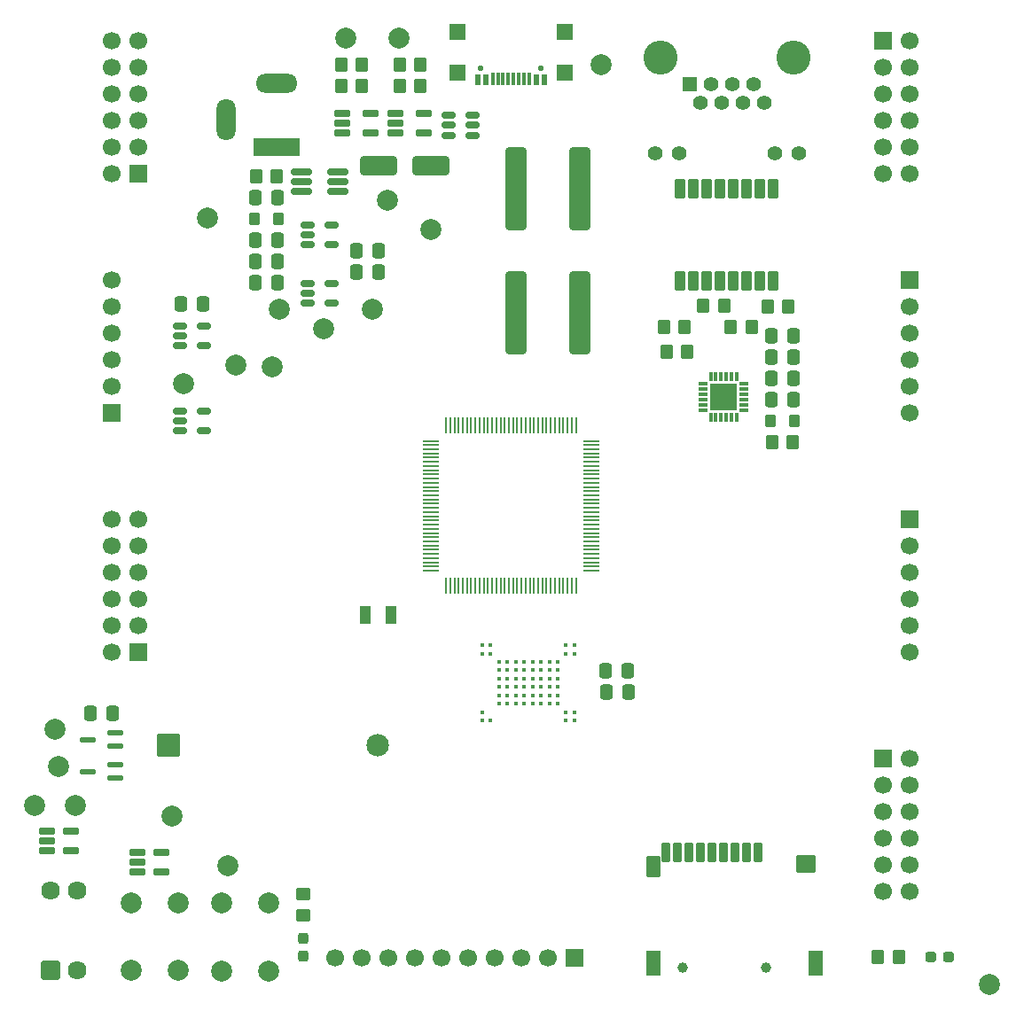
<source format=gbr>
%TF.GenerationSoftware,KiCad,Pcbnew,9.0.6-9.0.6~ubuntu24.04.1*%
%TF.CreationDate,2026-02-01T19:09:28-03:00*%
%TF.ProjectId,nuvoton_nuc980,6e75766f-746f-46e5-9f6e-75633938302e,0.0*%
%TF.SameCoordinates,Original*%
%TF.FileFunction,Soldermask,Top*%
%TF.FilePolarity,Negative*%
%FSLAX46Y46*%
G04 Gerber Fmt 4.6, Leading zero omitted, Abs format (unit mm)*
G04 Created by KiCad (PCBNEW 9.0.6-9.0.6~ubuntu24.04.1) date 2026-02-01 19:09:28*
%MOMM*%
%LPD*%
G01*
G04 APERTURE LIST*
G04 Aperture macros list*
%AMRoundRect*
0 Rectangle with rounded corners*
0 $1 Rounding radius*
0 $2 $3 $4 $5 $6 $7 $8 $9 X,Y pos of 4 corners*
0 Add a 4 corners polygon primitive as box body*
4,1,4,$2,$3,$4,$5,$6,$7,$8,$9,$2,$3,0*
0 Add four circle primitives for the rounded corners*
1,1,$1+$1,$2,$3*
1,1,$1+$1,$4,$5*
1,1,$1+$1,$6,$7*
1,1,$1+$1,$8,$9*
0 Add four rect primitives between the rounded corners*
20,1,$1+$1,$2,$3,$4,$5,0*
20,1,$1+$1,$4,$5,$6,$7,0*
20,1,$1+$1,$6,$7,$8,$9,0*
20,1,$1+$1,$8,$9,$2,$3,0*%
G04 Aperture macros list end*
%ADD10RoundRect,0.009100X-0.420900X-0.120900X0.420900X-0.120900X0.420900X0.120900X-0.420900X0.120900X0*%
%ADD11RoundRect,0.009100X-0.120900X-0.420900X0.120900X-0.420900X0.120900X0.420900X-0.120900X0.420900X0*%
%ADD12R,2.500000X2.500000*%
%ADD13C,0.431800*%
%ADD14C,2.000000*%
%ADD15RoundRect,0.250000X-0.350000X-0.450000X0.350000X-0.450000X0.350000X0.450000X-0.350000X0.450000X0*%
%ADD16RoundRect,0.250000X0.350000X0.450000X-0.350000X0.450000X-0.350000X-0.450000X0.350000X-0.450000X0*%
%ADD17RoundRect,0.102000X-0.790000X-0.790000X0.790000X-0.790000X0.790000X0.790000X-0.790000X0.790000X0*%
%ADD18C,1.784000*%
%ADD19RoundRect,0.150000X-0.650000X-0.150000X0.650000X-0.150000X0.650000X0.150000X-0.650000X0.150000X0*%
%ADD20R,1.700000X1.700000*%
%ADD21C,1.700000*%
%ADD22RoundRect,0.250000X0.337500X0.475000X-0.337500X0.475000X-0.337500X-0.475000X0.337500X-0.475000X0*%
%ADD23RoundRect,0.250000X-0.337500X-0.475000X0.337500X-0.475000X0.337500X0.475000X-0.337500X0.475000X0*%
%ADD24R,4.500000X1.800000*%
%ADD25O,4.000000X1.800000*%
%ADD26O,1.800000X4.000000*%
%ADD27RoundRect,0.237500X0.287500X0.237500X-0.287500X0.237500X-0.287500X-0.237500X0.287500X-0.237500X0*%
%ADD28RoundRect,0.250000X-1.500000X-0.650000X1.500000X-0.650000X1.500000X0.650000X-1.500000X0.650000X0*%
%ADD29RoundRect,0.102000X0.380000X-0.850000X0.380000X0.850000X-0.380000X0.850000X-0.380000X-0.850000X0*%
%ADD30C,1.000000*%
%ADD31RoundRect,0.102000X-0.350000X-0.800000X0.350000X-0.800000X0.350000X0.800000X-0.350000X0.800000X0*%
%ADD32RoundRect,0.102000X-0.600000X-0.900000X0.600000X-0.900000X0.600000X0.900000X-0.600000X0.900000X0*%
%ADD33RoundRect,0.102000X-0.800000X-0.750000X0.800000X-0.750000X0.800000X0.750000X-0.800000X0.750000X0*%
%ADD34RoundRect,0.102000X-0.600000X-1.100000X0.600000X-1.100000X0.600000X1.100000X-0.600000X1.100000X0*%
%ADD35RoundRect,0.150000X0.512500X0.150000X-0.512500X0.150000X-0.512500X-0.150000X0.512500X-0.150000X0*%
%ADD36RoundRect,0.162500X-0.617500X-0.162500X0.617500X-0.162500X0.617500X0.162500X-0.617500X0.162500X0*%
%ADD37C,0.550000*%
%ADD38R,0.600000X1.100000*%
%ADD39R,0.300000X1.150000*%
%ADD40R,1.500000X1.500000*%
%ADD41RoundRect,0.150000X-0.512500X-0.150000X0.512500X-0.150000X0.512500X0.150000X-0.512500X0.150000X0*%
%ADD42R,1.000000X1.800000*%
%ADD43RoundRect,0.162500X-0.837500X-0.162500X0.837500X-0.162500X0.837500X0.162500X-0.837500X0.162500X0*%
%ADD44RoundRect,0.237500X0.237500X-0.287500X0.237500X0.287500X-0.237500X0.287500X-0.237500X-0.287500X0*%
%ADD45RoundRect,0.250000X-0.750000X3.687500X-0.750000X-3.687500X0.750000X-3.687500X0.750000X3.687500X0*%
%ADD46RoundRect,0.112500X0.637500X-0.112500X0.637500X0.112500X-0.637500X0.112500X-0.637500X-0.112500X0*%
%ADD47C,3.251200*%
%ADD48R,1.397000X1.397000*%
%ADD49C,1.397000*%
%ADD50RoundRect,0.250000X0.275000X0.350000X-0.275000X0.350000X-0.275000X-0.350000X0.275000X-0.350000X0*%
%ADD51RoundRect,0.250000X-0.450000X0.350000X-0.450000X-0.350000X0.450000X-0.350000X0.450000X0.350000X0*%
%ADD52RoundRect,0.062500X-0.675000X-0.062500X0.675000X-0.062500X0.675000X0.062500X-0.675000X0.062500X0*%
%ADD53RoundRect,0.062500X-0.062500X-0.675000X0.062500X-0.675000X0.062500X0.675000X-0.062500X0.675000X0*%
%ADD54C,2.154000*%
%ADD55RoundRect,0.102000X0.975000X0.975000X-0.975000X0.975000X-0.975000X-0.975000X0.975000X-0.975000X0*%
%ADD56RoundRect,0.250000X0.750000X-3.687500X0.750000X3.687500X-0.750000X3.687500X-0.750000X-3.687500X0*%
G04 APERTURE END LIST*
D10*
%TO.C,U9*%
X142845000Y-87396000D03*
X142845000Y-87896000D03*
X142845000Y-88396000D03*
X142845000Y-88896000D03*
X142845000Y-89396000D03*
X142845000Y-89896000D03*
D11*
X143530000Y-90581000D03*
X144030000Y-90581000D03*
X144530000Y-90581000D03*
X145030000Y-90581000D03*
X145530000Y-90581000D03*
X146030000Y-90581000D03*
D10*
X146715000Y-89896000D03*
X146715000Y-89396000D03*
X146715000Y-88896000D03*
X146715000Y-88396000D03*
X146715000Y-87896000D03*
X146715000Y-87396000D03*
D11*
X146030000Y-86711000D03*
X145530000Y-86711000D03*
X145030000Y-86711000D03*
X144530000Y-86711000D03*
X144030000Y-86711000D03*
X143530000Y-86711000D03*
D12*
X144780000Y-88646000D03*
%TD*%
D13*
%TO.C,U10*%
X121717400Y-119582399D03*
X121717400Y-118782399D03*
X121717400Y-113182399D03*
X121717400Y-112382400D03*
X122517400Y-119582399D03*
X122517400Y-113182399D03*
X122517400Y-112382400D03*
X123317400Y-117982399D03*
X123317400Y-117182399D03*
X123317400Y-116382399D03*
X123317400Y-115582399D03*
X123317400Y-114782399D03*
X123317400Y-113982399D03*
X124117400Y-117982399D03*
X124117400Y-117182399D03*
X124117400Y-116382399D03*
X124117400Y-115582399D03*
X124117400Y-114782399D03*
X124117400Y-113982399D03*
X124917400Y-117982399D03*
X124917400Y-117182399D03*
X124917400Y-116382399D03*
X124917400Y-115582399D03*
X124917400Y-114782399D03*
X124917400Y-113982399D03*
X125717400Y-117982399D03*
X125717400Y-117182399D03*
X125717400Y-116382399D03*
X125717400Y-115582399D03*
X125717400Y-114782399D03*
X125717400Y-113982399D03*
X126517400Y-117982399D03*
X126517400Y-117182399D03*
X126517400Y-116382399D03*
X126517400Y-115582399D03*
X126517400Y-114782399D03*
X126517400Y-113982399D03*
X127317400Y-117982399D03*
X127317400Y-117182399D03*
X127317400Y-116382399D03*
X127317400Y-115582399D03*
X127317400Y-114782399D03*
X127317400Y-113982399D03*
X128117400Y-117982399D03*
X128117400Y-117182399D03*
X128117400Y-116382399D03*
X128117400Y-115582399D03*
X128117400Y-114782399D03*
X128117400Y-113982399D03*
X128917399Y-117982399D03*
X128917399Y-117182399D03*
X128917399Y-116382399D03*
X128917399Y-115582399D03*
X128917399Y-114782399D03*
X128917399Y-113982399D03*
X129717399Y-119582399D03*
X129717399Y-118782399D03*
X129717399Y-113182399D03*
X129717399Y-112382400D03*
X130517399Y-119582399D03*
X130517399Y-118782399D03*
X130517399Y-113182399D03*
X130517399Y-112382400D03*
%TD*%
D14*
%TO.C,TP1*%
X102362000Y-80264000D03*
%TD*%
D15*
%TO.C,R5*%
X110220000Y-56896000D03*
X108220000Y-56896000D03*
%TD*%
D16*
%TO.C,R6*%
X108220000Y-58928000D03*
X110220000Y-58928000D03*
%TD*%
D17*
%TO.C,SW2*%
X80518000Y-143472500D03*
D18*
X80518000Y-135852500D03*
X83058000Y-143472500D03*
X83058000Y-135852500D03*
%TD*%
D19*
%TO.C,U12*%
X91066000Y-132146000D03*
X91066000Y-134046000D03*
X88766000Y-134046000D03*
X88766000Y-133096000D03*
X88766000Y-132146000D03*
%TD*%
D14*
%TO.C,TP19*%
X97409000Y-133477000D03*
%TD*%
D20*
%TO.C,J8*%
X162560200Y-77470000D03*
D21*
X162560200Y-80010000D03*
X162560200Y-82550000D03*
X162560200Y-85090000D03*
X162560200Y-87630000D03*
X162560200Y-90170000D03*
%TD*%
D20*
%TO.C,J7*%
X162560000Y-100330000D03*
D21*
X162560000Y-102870000D03*
X162560000Y-105410000D03*
X162560000Y-107950000D03*
X162560000Y-110490000D03*
X162560000Y-113030000D03*
%TD*%
D20*
%TO.C,J5*%
X86360000Y-90170000D03*
D21*
X86360000Y-87630000D03*
X86360000Y-85090000D03*
X86360000Y-82550000D03*
X86360000Y-80010000D03*
X86360000Y-77470000D03*
%TD*%
D20*
%TO.C,J3*%
X88900000Y-67310000D03*
D21*
X88900000Y-64770000D03*
X88900000Y-62230000D03*
X88900000Y-59690000D03*
X88900000Y-57150000D03*
X88900000Y-54610000D03*
X86360000Y-67310000D03*
X86360000Y-64770000D03*
X86360000Y-62230000D03*
X86360000Y-59690000D03*
X86360000Y-57150000D03*
X86360000Y-54610000D03*
%TD*%
D20*
%TO.C,J13*%
X88900000Y-113030000D03*
D21*
X88900000Y-110490000D03*
X88900000Y-107950000D03*
X88900000Y-105410000D03*
X88900000Y-102870000D03*
X88900000Y-100330000D03*
X86360000Y-113030000D03*
X86360000Y-110490000D03*
X86360000Y-107950000D03*
X86360000Y-105410000D03*
X86360000Y-102870000D03*
X86360000Y-100330000D03*
%TD*%
D20*
%TO.C,J14*%
X160020000Y-123190000D03*
D21*
X160020000Y-125730000D03*
X160020000Y-128270000D03*
X160020000Y-130810000D03*
X160020000Y-133350000D03*
X160020000Y-135890000D03*
X162560000Y-123190000D03*
X162560000Y-125730000D03*
X162560000Y-128270000D03*
X162560000Y-130810000D03*
X162560000Y-133350000D03*
X162560000Y-135890000D03*
%TD*%
D20*
%TO.C,J6*%
X160020000Y-54610000D03*
D21*
X160020000Y-57150000D03*
X160020000Y-59690000D03*
X160020000Y-62230000D03*
X160020000Y-64770000D03*
X160020000Y-67310000D03*
X162560000Y-54610000D03*
X162560000Y-57150000D03*
X162560000Y-59690000D03*
X162560000Y-62230000D03*
X162560000Y-64770000D03*
X162560000Y-67310000D03*
%TD*%
D14*
%TO.C,TP14*%
X78994000Y-127685800D03*
%TD*%
D22*
%TO.C,C60*%
X95017500Y-79756000D03*
X92942500Y-79756000D03*
%TD*%
D20*
%TO.C,J9*%
X130556000Y-142240000D03*
D21*
X128016000Y-142240000D03*
X125476000Y-142240000D03*
X122936000Y-142240000D03*
X120396000Y-142240000D03*
X117856000Y-142240000D03*
X115316000Y-142240000D03*
X112776000Y-142240000D03*
X110236000Y-142240000D03*
X107696000Y-142240000D03*
%TD*%
D23*
%TO.C,C64*%
X149330500Y-88900000D03*
X151405500Y-88900000D03*
%TD*%
D24*
%TO.C,J1*%
X102082301Y-64773998D03*
D25*
X102082301Y-58674000D03*
D26*
X97282300Y-62174001D03*
%TD*%
D23*
%TO.C,C32*%
X109706500Y-76708000D03*
X111781500Y-76708000D03*
%TD*%
D22*
%TO.C,C39*%
X102129500Y-77724000D03*
X100054500Y-77724000D03*
%TD*%
D27*
%TO.C,D5*%
X166291200Y-142138400D03*
X164541200Y-142138400D03*
%TD*%
D14*
%TO.C,SW1*%
X92674000Y-136979500D03*
X92674000Y-143479500D03*
X88174000Y-136979500D03*
X88174000Y-143479500D03*
%TD*%
D28*
%TO.C,D1*%
X111800000Y-66548000D03*
X116800000Y-66548000D03*
%TD*%
D29*
%TO.C,T1*%
X140589000Y-77552000D03*
X141859000Y-77552000D03*
X143129000Y-77552000D03*
X144399000Y-77552000D03*
X145669000Y-77552000D03*
X146939000Y-77552000D03*
X148209000Y-77552000D03*
X149479000Y-77552000D03*
X149479000Y-68752000D03*
X148209000Y-68752000D03*
X146939000Y-68752000D03*
X145669000Y-68752000D03*
X144399000Y-68752000D03*
X143129000Y-68752000D03*
X141859000Y-68752000D03*
X140589000Y-68752000D03*
%TD*%
D14*
%TO.C,SW3*%
X96810000Y-143495500D03*
X96810000Y-136995500D03*
X101310000Y-143495500D03*
X101310000Y-136995500D03*
%TD*%
D30*
%TO.C,J11*%
X140846000Y-143205200D03*
X148846000Y-143205200D03*
D31*
X148046000Y-132205200D03*
X146946000Y-132205200D03*
X145846000Y-132205200D03*
X144746000Y-132205200D03*
X143646000Y-132205200D03*
X142546000Y-132205200D03*
X141446000Y-132205200D03*
X140346000Y-132205200D03*
X139246000Y-132205200D03*
D32*
X138046000Y-133505200D03*
D33*
X152646000Y-133255200D03*
D34*
X138046000Y-142805200D03*
X153546000Y-142805200D03*
%TD*%
D35*
%TO.C,U1*%
X120796900Y-63662600D03*
X120796900Y-62712600D03*
X120796900Y-61762600D03*
X118521900Y-61762600D03*
X118521900Y-62712600D03*
X118521900Y-63662600D03*
%TD*%
D36*
%TO.C,U7*%
X113458000Y-61534000D03*
X113458000Y-62484000D03*
X113458000Y-63434000D03*
X116158000Y-63434000D03*
X116158000Y-61534000D03*
%TD*%
D14*
%TO.C,TP13*%
X80899000Y-120396000D03*
%TD*%
D16*
%TO.C,R30*%
X144814800Y-79959200D03*
X142814800Y-79959200D03*
%TD*%
D37*
%TO.C,J2*%
X127350000Y-57215000D03*
X121570000Y-57215000D03*
D38*
X127660000Y-58330000D03*
X126860000Y-58330000D03*
D39*
X125710000Y-58280000D03*
X124710000Y-58280000D03*
X124210000Y-58280000D03*
X123210000Y-58280000D03*
D38*
X121260000Y-58330000D03*
X122060000Y-58330000D03*
D39*
X122710000Y-58280000D03*
X123710000Y-58280000D03*
X125210000Y-58280000D03*
X126210000Y-58280000D03*
D40*
X129580000Y-57715000D03*
X119340000Y-57715000D03*
X129580000Y-53785000D03*
X119340000Y-53785000D03*
%TD*%
D23*
%TO.C,C36*%
X109706500Y-74676000D03*
X111781500Y-74676000D03*
%TD*%
D15*
%TO.C,R29*%
X139055600Y-81940400D03*
X141055600Y-81940400D03*
%TD*%
D23*
%TO.C,C63*%
X149330500Y-86868000D03*
X151405500Y-86868000D03*
%TD*%
D19*
%TO.C,U6*%
X80130000Y-130114000D03*
X80130000Y-131064000D03*
X80130000Y-132014000D03*
X82430000Y-132014000D03*
X82430000Y-130114000D03*
%TD*%
D16*
%TO.C,R32*%
X150961600Y-80010000D03*
X148961600Y-80010000D03*
%TD*%
D15*
%TO.C,R38*%
X159477200Y-142138400D03*
X161477200Y-142138400D03*
%TD*%
D22*
%TO.C,C40*%
X102129500Y-73660000D03*
X100054500Y-73660000D03*
%TD*%
D41*
%TO.C,U13*%
X105034500Y-72202000D03*
X105034500Y-73152000D03*
X105034500Y-74102000D03*
X107309500Y-74102000D03*
X107309500Y-72202000D03*
%TD*%
D14*
%TO.C,TP15*%
X82854800Y-127685800D03*
%TD*%
%TO.C,TP2*%
X95478600Y-71551800D03*
%TD*%
D23*
%TO.C,C30*%
X84306500Y-118872000D03*
X86381500Y-118872000D03*
%TD*%
D14*
%TO.C,TP18*%
X92100400Y-128701800D03*
%TD*%
%TO.C,TP3*%
X111252000Y-80264000D03*
%TD*%
%TO.C,TP11*%
X98196400Y-85648800D03*
%TD*%
D23*
%TO.C,C43*%
X133531700Y-114808000D03*
X135606700Y-114808000D03*
%TD*%
D42*
%TO.C,Y2*%
X110510000Y-109474000D03*
X113010000Y-109474000D03*
%TD*%
D43*
%TO.C,U3*%
X104462000Y-67122000D03*
X104462000Y-68072000D03*
X104462000Y-69022000D03*
X107882000Y-69022000D03*
X107882000Y-68072000D03*
X107882000Y-67122000D03*
%TD*%
D44*
%TO.C,D2*%
X104648000Y-142115000D03*
X104648000Y-140365000D03*
%TD*%
D45*
%TO.C,Y1*%
X124968000Y-68738500D03*
X124968000Y-80613500D03*
%TD*%
D46*
%TO.C,D3*%
X86674000Y-125110000D03*
X86674000Y-123810000D03*
X84014000Y-124460000D03*
%TD*%
D14*
%TO.C,TP16*%
X133096000Y-56896000D03*
%TD*%
D41*
%TO.C,U4*%
X92842500Y-89982000D03*
X92842500Y-90932000D03*
X92842500Y-91882000D03*
X95117500Y-91882000D03*
X95117500Y-89982000D03*
%TD*%
D47*
%TO.C,J4*%
X151417100Y-56261000D03*
X138717100Y-56261000D03*
D48*
X141497099Y-58801000D03*
D49*
X142517100Y-60580999D03*
X143537100Y-58801000D03*
X144557098Y-60580999D03*
X145577099Y-58801000D03*
X146597099Y-60580999D03*
X147617100Y-58801000D03*
X148637100Y-60580999D03*
X138207100Y-65400999D03*
X140497100Y-65400999D03*
X149637099Y-65400999D03*
X151927099Y-65400999D03*
%TD*%
D50*
%TO.C,L2*%
X151518000Y-90932000D03*
X149218000Y-90932000D03*
%TD*%
D14*
%TO.C,TP9*%
X170180000Y-144780000D03*
%TD*%
%TO.C,TP12*%
X81280000Y-123952000D03*
%TD*%
%TO.C,TP17*%
X106553000Y-82169000D03*
%TD*%
%TO.C,TP6*%
X116840000Y-72644000D03*
%TD*%
D51*
%TO.C,R41*%
X104648000Y-136176000D03*
X104648000Y-138176000D03*
%TD*%
D41*
%TO.C,U11*%
X105034500Y-77790000D03*
X105034500Y-78740000D03*
X105034500Y-79690000D03*
X107309500Y-79690000D03*
X107309500Y-77790000D03*
%TD*%
D52*
%TO.C,U14*%
X116797500Y-92860000D03*
X116797500Y-93260000D03*
X116797500Y-93660000D03*
X116797500Y-94060000D03*
X116797500Y-94460000D03*
X116797500Y-94860000D03*
X116797500Y-95260000D03*
X116797500Y-95660000D03*
X116797500Y-96060000D03*
X116797500Y-96460000D03*
X116797500Y-96860000D03*
X116797500Y-97260000D03*
X116797500Y-97660000D03*
X116797500Y-98060000D03*
X116797500Y-98460000D03*
X116797500Y-98860000D03*
X116797500Y-99260000D03*
X116797500Y-99660000D03*
X116797500Y-100060000D03*
X116797500Y-100460000D03*
X116797500Y-100860000D03*
X116797500Y-101260000D03*
X116797500Y-101660000D03*
X116797500Y-102060000D03*
X116797500Y-102460000D03*
X116797500Y-102860000D03*
X116797500Y-103260000D03*
X116797500Y-103660000D03*
X116797500Y-104060000D03*
X116797500Y-104460000D03*
X116797500Y-104860000D03*
X116797500Y-105260000D03*
D53*
X118260000Y-106722500D03*
X118660000Y-106722500D03*
X119060000Y-106722500D03*
X119460000Y-106722500D03*
X119860000Y-106722500D03*
X120260000Y-106722500D03*
X120660000Y-106722500D03*
X121060000Y-106722500D03*
X121460000Y-106722500D03*
X121860000Y-106722500D03*
X122260000Y-106722500D03*
X122660000Y-106722500D03*
X123060000Y-106722500D03*
X123460000Y-106722500D03*
X123860000Y-106722500D03*
X124260000Y-106722500D03*
X124660000Y-106722500D03*
X125060000Y-106722500D03*
X125460000Y-106722500D03*
X125860000Y-106722500D03*
X126260000Y-106722500D03*
X126660000Y-106722500D03*
X127060000Y-106722500D03*
X127460000Y-106722500D03*
X127860000Y-106722500D03*
X128260000Y-106722500D03*
X128660000Y-106722500D03*
X129060000Y-106722500D03*
X129460000Y-106722500D03*
X129860000Y-106722500D03*
X130260000Y-106722500D03*
X130660000Y-106722500D03*
D52*
X132122500Y-105260000D03*
X132122500Y-104860000D03*
X132122500Y-104460000D03*
X132122500Y-104060000D03*
X132122500Y-103660000D03*
X132122500Y-103260000D03*
X132122500Y-102860000D03*
X132122500Y-102460000D03*
X132122500Y-102060000D03*
X132122500Y-101660000D03*
X132122500Y-101260000D03*
X132122500Y-100860000D03*
X132122500Y-100460000D03*
X132122500Y-100060000D03*
X132122500Y-99660000D03*
X132122500Y-99260000D03*
X132122500Y-98860000D03*
X132122500Y-98460000D03*
X132122500Y-98060000D03*
X132122500Y-97660000D03*
X132122500Y-97260000D03*
X132122500Y-96860000D03*
X132122500Y-96460000D03*
X132122500Y-96060000D03*
X132122500Y-95660000D03*
X132122500Y-95260000D03*
X132122500Y-94860000D03*
X132122500Y-94460000D03*
X132122500Y-94060000D03*
X132122500Y-93660000D03*
X132122500Y-93260000D03*
X132122500Y-92860000D03*
D53*
X130660000Y-91397500D03*
X130260000Y-91397500D03*
X129860000Y-91397500D03*
X129460000Y-91397500D03*
X129060000Y-91397500D03*
X128660000Y-91397500D03*
X128260000Y-91397500D03*
X127860000Y-91397500D03*
X127460000Y-91397500D03*
X127060000Y-91397500D03*
X126660000Y-91397500D03*
X126260000Y-91397500D03*
X125860000Y-91397500D03*
X125460000Y-91397500D03*
X125060000Y-91397500D03*
X124660000Y-91397500D03*
X124260000Y-91397500D03*
X123860000Y-91397500D03*
X123460000Y-91397500D03*
X123060000Y-91397500D03*
X122660000Y-91397500D03*
X122260000Y-91397500D03*
X121860000Y-91397500D03*
X121460000Y-91397500D03*
X121060000Y-91397500D03*
X120660000Y-91397500D03*
X120260000Y-91397500D03*
X119860000Y-91397500D03*
X119460000Y-91397500D03*
X119060000Y-91397500D03*
X118660000Y-91397500D03*
X118260000Y-91397500D03*
%TD*%
D23*
%TO.C,C56*%
X149330500Y-82804000D03*
X151405500Y-82804000D03*
%TD*%
D14*
%TO.C,TP8*%
X93218000Y-87376000D03*
%TD*%
D15*
%TO.C,R31*%
X145456400Y-81940400D03*
X147456400Y-81940400D03*
%TD*%
D41*
%TO.C,U2*%
X92842500Y-81854000D03*
X92842500Y-82804000D03*
X92842500Y-83754000D03*
X95117500Y-83754000D03*
X95117500Y-81854000D03*
%TD*%
D15*
%TO.C,R21*%
X149368000Y-92964000D03*
X151368000Y-92964000D03*
%TD*%
D54*
%TO.C,BT1*%
X111741000Y-121920000D03*
D55*
X91741000Y-121920000D03*
%TD*%
D14*
%TO.C,TP7*%
X113792000Y-54356000D03*
%TD*%
D22*
%TO.C,C42*%
X102129500Y-69596000D03*
X100054500Y-69596000D03*
%TD*%
D15*
%TO.C,R19*%
X100092000Y-67564000D03*
X102092000Y-67564000D03*
%TD*%
D50*
%TO.C,L1*%
X102242000Y-71628000D03*
X99942000Y-71628000D03*
%TD*%
D14*
%TO.C,TP10*%
X101650800Y-85801200D03*
%TD*%
D23*
%TO.C,C55*%
X149330500Y-84836000D03*
X151405500Y-84836000D03*
%TD*%
D56*
%TO.C,Y3*%
X131064000Y-80613500D03*
X131064000Y-68738500D03*
%TD*%
D14*
%TO.C,TP4*%
X108712000Y-54356000D03*
%TD*%
D22*
%TO.C,C35*%
X102129500Y-75692000D03*
X100054500Y-75692000D03*
%TD*%
D36*
%TO.C,U5*%
X108378000Y-61534000D03*
X108378000Y-62484000D03*
X108378000Y-63434000D03*
X111078000Y-63434000D03*
X111078000Y-61534000D03*
%TD*%
D23*
%TO.C,C45*%
X133582500Y-116890800D03*
X135657500Y-116890800D03*
%TD*%
D46*
%TO.C,D4*%
X86674000Y-122062000D03*
X86674000Y-120762000D03*
X84014000Y-121412000D03*
%TD*%
D14*
%TO.C,TP5*%
X112623600Y-69850000D03*
%TD*%
D15*
%TO.C,R22*%
X139309600Y-84328000D03*
X141309600Y-84328000D03*
%TD*%
D16*
%TO.C,R7*%
X115808000Y-58928000D03*
X113808000Y-58928000D03*
%TD*%
D15*
%TO.C,R8*%
X115824000Y-56896000D03*
X113824000Y-56896000D03*
%TD*%
M02*

</source>
